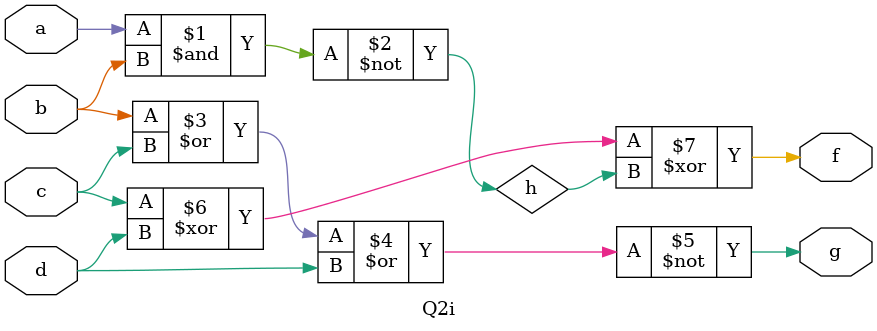
<source format=v>
module Q2i(a,b,c,d,g,f);
	input a,b,c,d;
	output g,f;
	nand(h,a,b);
	nor(g,b,c,d);
	xor(f,c,d,h);
endmodule

</source>
